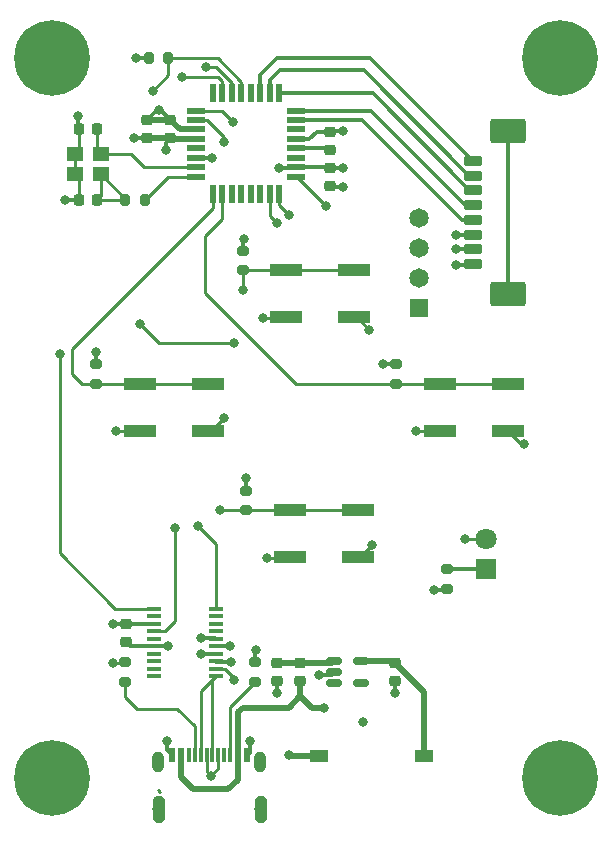
<source format=gbr>
%TF.GenerationSoftware,KiCad,Pcbnew,7.0.1*%
%TF.CreationDate,2023-06-17T09:34:48+02:00*%
%TF.ProjectId,Had_Konzole,4861645f-4b6f-46e7-9a6f-6c652e6b6963,rev?*%
%TF.SameCoordinates,Original*%
%TF.FileFunction,Copper,L1,Top*%
%TF.FilePolarity,Positive*%
%FSLAX46Y46*%
G04 Gerber Fmt 4.6, Leading zero omitted, Abs format (unit mm)*
G04 Created by KiCad (PCBNEW 7.0.1) date 2023-06-17 09:34:48*
%MOMM*%
%LPD*%
G01*
G04 APERTURE LIST*
G04 Aperture macros list*
%AMRoundRect*
0 Rectangle with rounded corners*
0 $1 Rounding radius*
0 $2 $3 $4 $5 $6 $7 $8 $9 X,Y pos of 4 corners*
0 Add a 4 corners polygon primitive as box body*
4,1,4,$2,$3,$4,$5,$6,$7,$8,$9,$2,$3,0*
0 Add four circle primitives for the rounded corners*
1,1,$1+$1,$2,$3*
1,1,$1+$1,$4,$5*
1,1,$1+$1,$6,$7*
1,1,$1+$1,$8,$9*
0 Add four rect primitives between the rounded corners*
20,1,$1+$1,$2,$3,$4,$5,0*
20,1,$1+$1,$4,$5,$6,$7,0*
20,1,$1+$1,$6,$7,$8,$9,0*
20,1,$1+$1,$8,$9,$2,$3,0*%
G04 Aperture macros list end*
%TA.AperFunction,EtchedComponent*%
%ADD10C,0.010000*%
%TD*%
%TA.AperFunction,SMDPad,CuDef*%
%ADD11RoundRect,0.225000X-0.250000X0.225000X-0.250000X-0.225000X0.250000X-0.225000X0.250000X0.225000X0*%
%TD*%
%TA.AperFunction,ComponentPad*%
%ADD12C,6.400000*%
%TD*%
%TA.AperFunction,SMDPad,CuDef*%
%ADD13RoundRect,0.200000X-0.275000X0.200000X-0.275000X-0.200000X0.275000X-0.200000X0.275000X0.200000X0*%
%TD*%
%TA.AperFunction,SMDPad,CuDef*%
%ADD14RoundRect,0.225000X0.250000X-0.225000X0.250000X0.225000X-0.250000X0.225000X-0.250000X-0.225000X0*%
%TD*%
%TA.AperFunction,ComponentPad*%
%ADD15R,1.800000X1.800000*%
%TD*%
%TA.AperFunction,ComponentPad*%
%ADD16C,1.800000*%
%TD*%
%TA.AperFunction,SMDPad,CuDef*%
%ADD17RoundRect,0.200000X0.275000X-0.200000X0.275000X0.200000X-0.275000X0.200000X-0.275000X-0.200000X0*%
%TD*%
%TA.AperFunction,SMDPad,CuDef*%
%ADD18R,1.600000X0.550000*%
%TD*%
%TA.AperFunction,SMDPad,CuDef*%
%ADD19R,0.550000X1.600000*%
%TD*%
%TA.AperFunction,SMDPad,CuDef*%
%ADD20RoundRect,0.200000X0.600000X-0.200000X0.600000X0.200000X-0.600000X0.200000X-0.600000X-0.200000X0*%
%TD*%
%TA.AperFunction,SMDPad,CuDef*%
%ADD21RoundRect,0.250001X1.249999X-0.799999X1.249999X0.799999X-1.249999X0.799999X-1.249999X-0.799999X0*%
%TD*%
%TA.AperFunction,SMDPad,CuDef*%
%ADD22RoundRect,0.225000X0.225000X0.250000X-0.225000X0.250000X-0.225000X-0.250000X0.225000X-0.250000X0*%
%TD*%
%TA.AperFunction,SMDPad,CuDef*%
%ADD23R,2.750000X1.000000*%
%TD*%
%TA.AperFunction,SMDPad,CuDef*%
%ADD24RoundRect,0.200000X-0.200000X-0.275000X0.200000X-0.275000X0.200000X0.275000X-0.200000X0.275000X0*%
%TD*%
%TA.AperFunction,SMDPad,CuDef*%
%ADD25R,1.400000X1.200000*%
%TD*%
%TA.AperFunction,SMDPad,CuDef*%
%ADD26R,1.200000X0.400000*%
%TD*%
%TA.AperFunction,SMDPad,CuDef*%
%ADD27RoundRect,0.200000X0.200000X0.275000X-0.200000X0.275000X-0.200000X-0.275000X0.200000X-0.275000X0*%
%TD*%
%TA.AperFunction,SMDPad,CuDef*%
%ADD28RoundRect,0.218750X0.256250X-0.218750X0.256250X0.218750X-0.256250X0.218750X-0.256250X-0.218750X0*%
%TD*%
%TA.AperFunction,SMDPad,CuDef*%
%ADD29R,1.500000X1.100000*%
%TD*%
%TA.AperFunction,SMDPad,CuDef*%
%ADD30RoundRect,0.150000X-0.512500X-0.150000X0.512500X-0.150000X0.512500X0.150000X-0.512500X0.150000X0*%
%TD*%
%TA.AperFunction,SMDPad,CuDef*%
%ADD31R,0.600000X1.150000*%
%TD*%
%TA.AperFunction,SMDPad,CuDef*%
%ADD32R,0.300000X1.150000*%
%TD*%
%TA.AperFunction,ComponentPad*%
%ADD33C,1.000000*%
%TD*%
%TA.AperFunction,ComponentPad*%
%ADD34O,1.000000X1.800000*%
%TD*%
%TA.AperFunction,ComponentPad*%
%ADD35R,1.650000X1.650000*%
%TD*%
%TA.AperFunction,ComponentPad*%
%ADD36C,1.650000*%
%TD*%
%TA.AperFunction,ViaPad*%
%ADD37C,0.800000*%
%TD*%
%TA.AperFunction,Conductor*%
%ADD38C,0.300000*%
%TD*%
%TA.AperFunction,Conductor*%
%ADD39C,0.250000*%
%TD*%
%TA.AperFunction,Conductor*%
%ADD40C,0.500000*%
%TD*%
G04 APERTURE END LIST*
%TO.C,J4*%
D10*
X154006000Y-103476000D02*
X154032000Y-103478000D01*
X154058000Y-103481000D01*
X154084000Y-103486000D01*
X154109000Y-103492000D01*
X154135000Y-103499000D01*
X154159000Y-103508000D01*
X154183000Y-103518000D01*
X154207000Y-103529000D01*
X154230000Y-103542000D01*
X154252000Y-103556000D01*
X154274000Y-103570000D01*
X154295000Y-103586000D01*
X154315000Y-103603000D01*
X154334000Y-103621000D01*
X154352000Y-103640000D01*
X154369000Y-103660000D01*
X154385000Y-103681000D01*
X154399000Y-103703000D01*
X154413000Y-103725000D01*
X154426000Y-103748000D01*
X154437000Y-103772000D01*
X154447000Y-103796000D01*
X154456000Y-103820000D01*
X154463000Y-103846000D01*
X154469000Y-103871000D01*
X154474000Y-103897000D01*
X154477000Y-103923000D01*
X154479000Y-103949000D01*
X154480000Y-103975000D01*
X154480000Y-105175000D01*
X154479000Y-105201000D01*
X154477000Y-105227000D01*
X154474000Y-105253000D01*
X154469000Y-105279000D01*
X154463000Y-105304000D01*
X154456000Y-105330000D01*
X154447000Y-105354000D01*
X154437000Y-105378000D01*
X154426000Y-105402000D01*
X154413000Y-105425000D01*
X154399000Y-105447000D01*
X154385000Y-105469000D01*
X154369000Y-105490000D01*
X154352000Y-105510000D01*
X154334000Y-105529000D01*
X154315000Y-105547000D01*
X154295000Y-105564000D01*
X154274000Y-105580000D01*
X154252000Y-105594000D01*
X154230000Y-105608000D01*
X154207000Y-105621000D01*
X154183000Y-105632000D01*
X154159000Y-105642000D01*
X154135000Y-105651000D01*
X154109000Y-105658000D01*
X154084000Y-105664000D01*
X154058000Y-105669000D01*
X154032000Y-105672000D01*
X154006000Y-105674000D01*
X153980000Y-105675000D01*
X153954000Y-105674000D01*
X153928000Y-105672000D01*
X153902000Y-105669000D01*
X153876000Y-105664000D01*
X153851000Y-105658000D01*
X153825000Y-105651000D01*
X153801000Y-105642000D01*
X153777000Y-105632000D01*
X153753000Y-105621000D01*
X153730000Y-105608000D01*
X153708000Y-105594000D01*
X153686000Y-105580000D01*
X153665000Y-105564000D01*
X153645000Y-105547000D01*
X153626000Y-105529000D01*
X153608000Y-105510000D01*
X153591000Y-105490000D01*
X153575000Y-105469000D01*
X153561000Y-105447000D01*
X153547000Y-105425000D01*
X153534000Y-105402000D01*
X153523000Y-105378000D01*
X153513000Y-105354000D01*
X153504000Y-105330000D01*
X153497000Y-105304000D01*
X153491000Y-105279000D01*
X153486000Y-105253000D01*
X153483000Y-105227000D01*
X153481000Y-105201000D01*
X153480000Y-105175000D01*
X153480000Y-103975000D01*
X153481000Y-103949000D01*
X153483000Y-103923000D01*
X153486000Y-103897000D01*
X153491000Y-103871000D01*
X153497000Y-103846000D01*
X153504000Y-103820000D01*
X153513000Y-103796000D01*
X153523000Y-103772000D01*
X153534000Y-103748000D01*
X153547000Y-103725000D01*
X153561000Y-103703000D01*
X153575000Y-103681000D01*
X153591000Y-103660000D01*
X153608000Y-103640000D01*
X153626000Y-103621000D01*
X153645000Y-103603000D01*
X153665000Y-103586000D01*
X153686000Y-103570000D01*
X153708000Y-103556000D01*
X153730000Y-103542000D01*
X153753000Y-103529000D01*
X153777000Y-103518000D01*
X153801000Y-103508000D01*
X153825000Y-103499000D01*
X153851000Y-103492000D01*
X153876000Y-103486000D01*
X153902000Y-103481000D01*
X153928000Y-103478000D01*
X153954000Y-103476000D01*
X153980000Y-103475000D01*
X154006000Y-103476000D01*
%TA.AperFunction,EtchedComponent*%
G36*
X154006000Y-103476000D02*
G01*
X154032000Y-103478000D01*
X154058000Y-103481000D01*
X154084000Y-103486000D01*
X154109000Y-103492000D01*
X154135000Y-103499000D01*
X154159000Y-103508000D01*
X154183000Y-103518000D01*
X154207000Y-103529000D01*
X154230000Y-103542000D01*
X154252000Y-103556000D01*
X154274000Y-103570000D01*
X154295000Y-103586000D01*
X154315000Y-103603000D01*
X154334000Y-103621000D01*
X154352000Y-103640000D01*
X154369000Y-103660000D01*
X154385000Y-103681000D01*
X154399000Y-103703000D01*
X154413000Y-103725000D01*
X154426000Y-103748000D01*
X154437000Y-103772000D01*
X154447000Y-103796000D01*
X154456000Y-103820000D01*
X154463000Y-103846000D01*
X154469000Y-103871000D01*
X154474000Y-103897000D01*
X154477000Y-103923000D01*
X154479000Y-103949000D01*
X154480000Y-103975000D01*
X154480000Y-105175000D01*
X154479000Y-105201000D01*
X154477000Y-105227000D01*
X154474000Y-105253000D01*
X154469000Y-105279000D01*
X154463000Y-105304000D01*
X154456000Y-105330000D01*
X154447000Y-105354000D01*
X154437000Y-105378000D01*
X154426000Y-105402000D01*
X154413000Y-105425000D01*
X154399000Y-105447000D01*
X154385000Y-105469000D01*
X154369000Y-105490000D01*
X154352000Y-105510000D01*
X154334000Y-105529000D01*
X154315000Y-105547000D01*
X154295000Y-105564000D01*
X154274000Y-105580000D01*
X154252000Y-105594000D01*
X154230000Y-105608000D01*
X154207000Y-105621000D01*
X154183000Y-105632000D01*
X154159000Y-105642000D01*
X154135000Y-105651000D01*
X154109000Y-105658000D01*
X154084000Y-105664000D01*
X154058000Y-105669000D01*
X154032000Y-105672000D01*
X154006000Y-105674000D01*
X153980000Y-105675000D01*
X153954000Y-105674000D01*
X153928000Y-105672000D01*
X153902000Y-105669000D01*
X153876000Y-105664000D01*
X153851000Y-105658000D01*
X153825000Y-105651000D01*
X153801000Y-105642000D01*
X153777000Y-105632000D01*
X153753000Y-105621000D01*
X153730000Y-105608000D01*
X153708000Y-105594000D01*
X153686000Y-105580000D01*
X153665000Y-105564000D01*
X153645000Y-105547000D01*
X153626000Y-105529000D01*
X153608000Y-105510000D01*
X153591000Y-105490000D01*
X153575000Y-105469000D01*
X153561000Y-105447000D01*
X153547000Y-105425000D01*
X153534000Y-105402000D01*
X153523000Y-105378000D01*
X153513000Y-105354000D01*
X153504000Y-105330000D01*
X153497000Y-105304000D01*
X153491000Y-105279000D01*
X153486000Y-105253000D01*
X153483000Y-105227000D01*
X153481000Y-105201000D01*
X153480000Y-105175000D01*
X153480000Y-103975000D01*
X153481000Y-103949000D01*
X153483000Y-103923000D01*
X153486000Y-103897000D01*
X153491000Y-103871000D01*
X153497000Y-103846000D01*
X153504000Y-103820000D01*
X153513000Y-103796000D01*
X153523000Y-103772000D01*
X153534000Y-103748000D01*
X153547000Y-103725000D01*
X153561000Y-103703000D01*
X153575000Y-103681000D01*
X153591000Y-103660000D01*
X153608000Y-103640000D01*
X153626000Y-103621000D01*
X153645000Y-103603000D01*
X153665000Y-103586000D01*
X153686000Y-103570000D01*
X153708000Y-103556000D01*
X153730000Y-103542000D01*
X153753000Y-103529000D01*
X153777000Y-103518000D01*
X153801000Y-103508000D01*
X153825000Y-103499000D01*
X153851000Y-103492000D01*
X153876000Y-103486000D01*
X153902000Y-103481000D01*
X153928000Y-103478000D01*
X153954000Y-103476000D01*
X153980000Y-103475000D01*
X154006000Y-103476000D01*
G37*
%TD.AperFunction*%
X162646000Y-103476000D02*
X162672000Y-103478000D01*
X162698000Y-103481000D01*
X162724000Y-103486000D01*
X162749000Y-103492000D01*
X162775000Y-103499000D01*
X162799000Y-103508000D01*
X162823000Y-103518000D01*
X162847000Y-103529000D01*
X162870000Y-103542000D01*
X162892000Y-103556000D01*
X162914000Y-103570000D01*
X162935000Y-103586000D01*
X162955000Y-103603000D01*
X162974000Y-103621000D01*
X162992000Y-103640000D01*
X163009000Y-103660000D01*
X163025000Y-103681000D01*
X163039000Y-103703000D01*
X163053000Y-103725000D01*
X163066000Y-103748000D01*
X163077000Y-103772000D01*
X163087000Y-103796000D01*
X163096000Y-103820000D01*
X163103000Y-103846000D01*
X163109000Y-103871000D01*
X163114000Y-103897000D01*
X163117000Y-103923000D01*
X163119000Y-103949000D01*
X163120000Y-103975000D01*
X163120000Y-105175000D01*
X163119000Y-105201000D01*
X163117000Y-105227000D01*
X163114000Y-105253000D01*
X163109000Y-105279000D01*
X163103000Y-105304000D01*
X163096000Y-105330000D01*
X163087000Y-105354000D01*
X163077000Y-105378000D01*
X163066000Y-105402000D01*
X163053000Y-105425000D01*
X163039000Y-105447000D01*
X163025000Y-105469000D01*
X163009000Y-105490000D01*
X162992000Y-105510000D01*
X162974000Y-105529000D01*
X162955000Y-105547000D01*
X162935000Y-105564000D01*
X162914000Y-105580000D01*
X162892000Y-105594000D01*
X162870000Y-105608000D01*
X162847000Y-105621000D01*
X162823000Y-105632000D01*
X162799000Y-105642000D01*
X162775000Y-105651000D01*
X162749000Y-105658000D01*
X162724000Y-105664000D01*
X162698000Y-105669000D01*
X162672000Y-105672000D01*
X162646000Y-105674000D01*
X162620000Y-105675000D01*
X162594000Y-105674000D01*
X162568000Y-105672000D01*
X162542000Y-105669000D01*
X162516000Y-105664000D01*
X162491000Y-105658000D01*
X162465000Y-105651000D01*
X162441000Y-105642000D01*
X162417000Y-105632000D01*
X162393000Y-105621000D01*
X162370000Y-105608000D01*
X162348000Y-105594000D01*
X162326000Y-105580000D01*
X162305000Y-105564000D01*
X162285000Y-105547000D01*
X162266000Y-105529000D01*
X162248000Y-105510000D01*
X162231000Y-105490000D01*
X162215000Y-105469000D01*
X162201000Y-105447000D01*
X162187000Y-105425000D01*
X162174000Y-105402000D01*
X162163000Y-105378000D01*
X162153000Y-105354000D01*
X162144000Y-105330000D01*
X162137000Y-105304000D01*
X162131000Y-105279000D01*
X162126000Y-105253000D01*
X162123000Y-105227000D01*
X162121000Y-105201000D01*
X162120000Y-105175000D01*
X162120000Y-103975000D01*
X162121000Y-103949000D01*
X162123000Y-103923000D01*
X162126000Y-103897000D01*
X162131000Y-103871000D01*
X162137000Y-103846000D01*
X162144000Y-103820000D01*
X162153000Y-103796000D01*
X162163000Y-103772000D01*
X162174000Y-103748000D01*
X162187000Y-103725000D01*
X162201000Y-103703000D01*
X162215000Y-103681000D01*
X162231000Y-103660000D01*
X162248000Y-103640000D01*
X162266000Y-103621000D01*
X162285000Y-103603000D01*
X162305000Y-103586000D01*
X162326000Y-103570000D01*
X162348000Y-103556000D01*
X162370000Y-103542000D01*
X162393000Y-103529000D01*
X162417000Y-103518000D01*
X162441000Y-103508000D01*
X162465000Y-103499000D01*
X162491000Y-103492000D01*
X162516000Y-103486000D01*
X162542000Y-103481000D01*
X162568000Y-103478000D01*
X162594000Y-103476000D01*
X162620000Y-103475000D01*
X162646000Y-103476000D01*
%TA.AperFunction,EtchedComponent*%
G36*
X162646000Y-103476000D02*
G01*
X162672000Y-103478000D01*
X162698000Y-103481000D01*
X162724000Y-103486000D01*
X162749000Y-103492000D01*
X162775000Y-103499000D01*
X162799000Y-103508000D01*
X162823000Y-103518000D01*
X162847000Y-103529000D01*
X162870000Y-103542000D01*
X162892000Y-103556000D01*
X162914000Y-103570000D01*
X162935000Y-103586000D01*
X162955000Y-103603000D01*
X162974000Y-103621000D01*
X162992000Y-103640000D01*
X163009000Y-103660000D01*
X163025000Y-103681000D01*
X163039000Y-103703000D01*
X163053000Y-103725000D01*
X163066000Y-103748000D01*
X163077000Y-103772000D01*
X163087000Y-103796000D01*
X163096000Y-103820000D01*
X163103000Y-103846000D01*
X163109000Y-103871000D01*
X163114000Y-103897000D01*
X163117000Y-103923000D01*
X163119000Y-103949000D01*
X163120000Y-103975000D01*
X163120000Y-105175000D01*
X163119000Y-105201000D01*
X163117000Y-105227000D01*
X163114000Y-105253000D01*
X163109000Y-105279000D01*
X163103000Y-105304000D01*
X163096000Y-105330000D01*
X163087000Y-105354000D01*
X163077000Y-105378000D01*
X163066000Y-105402000D01*
X163053000Y-105425000D01*
X163039000Y-105447000D01*
X163025000Y-105469000D01*
X163009000Y-105490000D01*
X162992000Y-105510000D01*
X162974000Y-105529000D01*
X162955000Y-105547000D01*
X162935000Y-105564000D01*
X162914000Y-105580000D01*
X162892000Y-105594000D01*
X162870000Y-105608000D01*
X162847000Y-105621000D01*
X162823000Y-105632000D01*
X162799000Y-105642000D01*
X162775000Y-105651000D01*
X162749000Y-105658000D01*
X162724000Y-105664000D01*
X162698000Y-105669000D01*
X162672000Y-105672000D01*
X162646000Y-105674000D01*
X162620000Y-105675000D01*
X162594000Y-105674000D01*
X162568000Y-105672000D01*
X162542000Y-105669000D01*
X162516000Y-105664000D01*
X162491000Y-105658000D01*
X162465000Y-105651000D01*
X162441000Y-105642000D01*
X162417000Y-105632000D01*
X162393000Y-105621000D01*
X162370000Y-105608000D01*
X162348000Y-105594000D01*
X162326000Y-105580000D01*
X162305000Y-105564000D01*
X162285000Y-105547000D01*
X162266000Y-105529000D01*
X162248000Y-105510000D01*
X162231000Y-105490000D01*
X162215000Y-105469000D01*
X162201000Y-105447000D01*
X162187000Y-105425000D01*
X162174000Y-105402000D01*
X162163000Y-105378000D01*
X162153000Y-105354000D01*
X162144000Y-105330000D01*
X162137000Y-105304000D01*
X162131000Y-105279000D01*
X162126000Y-105253000D01*
X162123000Y-105227000D01*
X162121000Y-105201000D01*
X162120000Y-105175000D01*
X162120000Y-103975000D01*
X162121000Y-103949000D01*
X162123000Y-103923000D01*
X162126000Y-103897000D01*
X162131000Y-103871000D01*
X162137000Y-103846000D01*
X162144000Y-103820000D01*
X162153000Y-103796000D01*
X162163000Y-103772000D01*
X162174000Y-103748000D01*
X162187000Y-103725000D01*
X162201000Y-103703000D01*
X162215000Y-103681000D01*
X162231000Y-103660000D01*
X162248000Y-103640000D01*
X162266000Y-103621000D01*
X162285000Y-103603000D01*
X162305000Y-103586000D01*
X162326000Y-103570000D01*
X162348000Y-103556000D01*
X162370000Y-103542000D01*
X162393000Y-103529000D01*
X162417000Y-103518000D01*
X162441000Y-103508000D01*
X162465000Y-103499000D01*
X162491000Y-103492000D01*
X162516000Y-103486000D01*
X162542000Y-103481000D01*
X162568000Y-103478000D01*
X162594000Y-103476000D01*
X162620000Y-103475000D01*
X162646000Y-103476000D01*
G37*
%TD.AperFunction*%
%TD*%
D11*
%TO.P,C1,1*%
%TO.N,Net-(U4-VIN)*%
X164000000Y-92225000D03*
%TO.P,C1,2*%
%TO.N,GND*%
X164000000Y-93775000D03*
%TD*%
%TO.P,C5,1*%
%TO.N,+3V3*%
X168500000Y-50325000D03*
%TO.P,C5,2*%
%TO.N,GND*%
X168500000Y-51875000D03*
%TD*%
D12*
%TO.P,H1,1,1*%
%TO.N,GND*%
X145000000Y-41000000D03*
%TD*%
D13*
%TO.P,R1,1*%
%TO.N,Net-(D1-K)*%
X178440000Y-84285000D03*
%TO.P,R1,2*%
%TO.N,GND*%
X178440000Y-85935000D03*
%TD*%
D12*
%TO.P,H3,1,1*%
%TO.N,GND*%
X145000000Y-102000000D03*
%TD*%
D14*
%TO.P,C4,1*%
%TO.N,+3V3*%
X155000000Y-47775000D03*
%TO.P,C4,2*%
%TO.N,GND*%
X155000000Y-46225000D03*
%TD*%
D11*
%TO.P,C2,1*%
%TO.N,3.3 Out*%
X174000000Y-92225000D03*
%TO.P,C2,2*%
%TO.N,GND*%
X174000000Y-93775000D03*
%TD*%
D15*
%TO.P,D1,1,K*%
%TO.N,Net-(D1-K)*%
X181725000Y-84275000D03*
D16*
%TO.P,D1,2,A*%
%TO.N,+3V3*%
X181725000Y-81735000D03*
%TD*%
D17*
%TO.P,R4,1*%
%TO.N,Button_Up*%
X161120000Y-58965000D03*
%TO.P,R4,2*%
%TO.N,GND*%
X161120000Y-57315000D03*
%TD*%
%TO.P,R7,1*%
%TO.N,Button_Down*%
X161390000Y-79285000D03*
%TO.P,R7,2*%
%TO.N,GND*%
X161390000Y-77635000D03*
%TD*%
D18*
%TO.P,U1,1,PD3*%
%TO.N,Button_Up*%
X157150000Y-45450000D03*
%TO.P,U1,2,PD4*%
%TO.N,Button_Down*%
X157150000Y-46250000D03*
%TO.P,U1,3,GND*%
%TO.N,GND*%
X157150000Y-47050000D03*
%TO.P,U1,4,VCC*%
%TO.N,+3V3*%
X157150000Y-47850000D03*
%TO.P,U1,5,GND*%
%TO.N,GND*%
X157150000Y-48650000D03*
%TO.P,U1,6,VCC*%
%TO.N,+3V3*%
X157150000Y-49450000D03*
%TO.P,U1,7,XTAL1/PB6*%
%TO.N,HSE_IN*%
X157150000Y-50250000D03*
%TO.P,U1,8,XTAL2/PB7*%
%TO.N,HSE_OUT*%
X157150000Y-51050000D03*
D19*
%TO.P,U1,9,PD5*%
%TO.N,Button_Left*%
X158600000Y-52500000D03*
%TO.P,U1,10,PD6*%
%TO.N,Button_Right*%
X159400000Y-52500000D03*
%TO.P,U1,11,PD7*%
%TO.N,unconnected-(U1-PD7-Pad11)*%
X160200000Y-52500000D03*
%TO.P,U1,12,PB0*%
%TO.N,unconnected-(U1-PB0-Pad12)*%
X161000000Y-52500000D03*
%TO.P,U1,13,PB1*%
%TO.N,unconnected-(U1-PB1-Pad13)*%
X161800000Y-52500000D03*
%TO.P,U1,14,PB2*%
%TO.N,unconnected-(U1-PB2-Pad14)*%
X162600000Y-52500000D03*
%TO.P,U1,15,PB3*%
%TO.N,MOSI*%
X163400000Y-52500000D03*
%TO.P,U1,16,PB4*%
%TO.N,MISO*%
X164200000Y-52500000D03*
D18*
%TO.P,U1,17,PB5*%
%TO.N,SCK*%
X165650000Y-51050000D03*
%TO.P,U1,18,AVCC*%
%TO.N,+3V3*%
X165650000Y-50250000D03*
%TO.P,U1,19,ADC6*%
%TO.N,unconnected-(U1-ADC6-Pad19)*%
X165650000Y-49450000D03*
%TO.P,U1,20,AREF*%
%TO.N,Net-(U1-AREF)*%
X165650000Y-48650000D03*
%TO.P,U1,21,GND*%
%TO.N,GND*%
X165650000Y-47850000D03*
%TO.P,U1,22,ADC7*%
%TO.N,unconnected-(U1-ADC7-Pad22)*%
X165650000Y-47050000D03*
%TO.P,U1,23,PC0*%
%TO.N,CLK*%
X165650000Y-46250000D03*
%TO.P,U1,24,PC1*%
%TO.N,DIN*%
X165650000Y-45450000D03*
D19*
%TO.P,U1,25,PC2*%
%TO.N,DC*%
X164200000Y-44000000D03*
%TO.P,U1,26,PC3*%
%TO.N,CE*%
X163400000Y-44000000D03*
%TO.P,U1,27,PC4*%
%TO.N,RST*%
X162600000Y-44000000D03*
%TO.P,U1,28,PC5*%
%TO.N,unconnected-(U1-PC5-Pad28)*%
X161800000Y-44000000D03*
%TO.P,U1,29,~{RESET}/PC6*%
%TO.N,RST_PROG*%
X161000000Y-44000000D03*
%TO.P,U1,30,PD0*%
%TO.N,TX*%
X160200000Y-44000000D03*
%TO.P,U1,31,PD1*%
%TO.N,RX*%
X159400000Y-44000000D03*
%TO.P,U1,32,PD2*%
%TO.N,unconnected-(U1-PD2-Pad32)*%
X158600000Y-44000000D03*
%TD*%
D17*
%TO.P,R9,1*%
%TO.N,Net-(J4-CC2)*%
X162170000Y-93795000D03*
%TO.P,R9,2*%
%TO.N,GND*%
X162170000Y-92145000D03*
%TD*%
%TO.P,R8,1*%
%TO.N,Net-(J4-CC1)*%
X151190000Y-93815000D03*
%TO.P,R8,2*%
%TO.N,GND*%
X151190000Y-92165000D03*
%TD*%
D20*
%TO.P,J3,1,1*%
%TO.N,GND*%
X180640000Y-58450000D03*
%TO.P,J3,2,2*%
X180640000Y-57200000D03*
%TO.P,J3,3,3*%
%TO.N,+3V3*%
X180640000Y-55950000D03*
%TO.P,J3,4,4*%
%TO.N,CLK*%
X180640000Y-54700000D03*
%TO.P,J3,5,5*%
%TO.N,DIN*%
X180640000Y-53450000D03*
%TO.P,J3,6,6*%
%TO.N,DC*%
X180640000Y-52200000D03*
%TO.P,J3,7,7*%
%TO.N,CE*%
X180640000Y-50950000D03*
%TO.P,J3,8,8*%
%TO.N,RST*%
X180640000Y-49700000D03*
D21*
%TO.P,J3,MP,MP1*%
%TO.N,unconnected-(J3-MP1-PadMP)*%
X183540000Y-61000000D03*
X183540000Y-47150000D03*
%TD*%
D22*
%TO.P,C7,1*%
%TO.N,Net-(C7-Pad1)*%
X148775000Y-53000000D03*
%TO.P,C7,2*%
%TO.N,GND*%
X147225000Y-53000000D03*
%TD*%
D23*
%TO.P,SW3,1,1*%
%TO.N,+3V3*%
X152400000Y-72580000D03*
X158150000Y-72580000D03*
%TO.P,SW3,2,2*%
%TO.N,Button_Left*%
X152400000Y-68580000D03*
X158150000Y-68580000D03*
%TD*%
D11*
%TO.P,C8,1*%
%TO.N,+3V3*%
X151210000Y-88905000D03*
%TO.P,C8,2*%
%TO.N,GND*%
X151210000Y-90455000D03*
%TD*%
D17*
%TO.P,R5,1*%
%TO.N,Button_Left*%
X148710000Y-68595000D03*
%TO.P,R5,2*%
%TO.N,GND*%
X148710000Y-66945000D03*
%TD*%
D24*
%TO.P,R2,1*%
%TO.N,+3V3*%
X153175000Y-41000000D03*
%TO.P,R2,2*%
%TO.N,RST_PROG*%
X154825000Y-41000000D03*
%TD*%
D23*
%TO.P,SW2,1,1*%
%TO.N,+3V3*%
X165100000Y-83280000D03*
X170850000Y-83280000D03*
%TO.P,SW2,2,2*%
%TO.N,Button_Down*%
X165100000Y-79280000D03*
X170850000Y-79280000D03*
%TD*%
D25*
%TO.P,Y1,1,1*%
%TO.N,HSE_IN*%
X149100000Y-49150000D03*
%TO.P,Y1,2,2*%
%TO.N,GND*%
X146900000Y-49150000D03*
%TO.P,Y1,3,3*%
X146900000Y-50850000D03*
%TO.P,Y1,4,4*%
%TO.N,Net-(C7-Pad1)*%
X149100000Y-50850000D03*
%TD*%
D23*
%TO.P,SW4,1,1*%
%TO.N,+3V3*%
X177800000Y-72580000D03*
X183550000Y-72580000D03*
%TO.P,SW4,2,2*%
%TO.N,Button_Right*%
X177800000Y-68580000D03*
X183550000Y-68580000D03*
%TD*%
D12*
%TO.P,H2,1,1*%
%TO.N,GND*%
X188000000Y-41000000D03*
%TD*%
D14*
%TO.P,C10,1*%
%TO.N,Net-(U1-AREF)*%
X168500000Y-48775000D03*
%TO.P,C10,2*%
%TO.N,GND*%
X168500000Y-47225000D03*
%TD*%
D26*
%TO.P,U2,1,~{DTR}*%
%TO.N,DTR*%
X153620000Y-87632500D03*
%TO.P,U2,2,~{RTS}*%
%TO.N,unconnected-(U2-~{RTS}-Pad2)*%
X153620000Y-88267500D03*
%TO.P,U2,3,VCCIO*%
%TO.N,+3V3*%
X153620000Y-88902500D03*
%TO.P,U2,4,RXD*%
%TO.N,RX*%
X153620000Y-89537500D03*
%TO.P,U2,5,~{RI}*%
%TO.N,unconnected-(U2-~{RI}-Pad5)*%
X153620000Y-90172500D03*
%TO.P,U2,6,GND*%
%TO.N,GND*%
X153620000Y-90807500D03*
%TO.P,U2,7,~{DSR}*%
%TO.N,unconnected-(U2-~{DSR}-Pad7)*%
X153620000Y-91442500D03*
%TO.P,U2,8,~{DCD}*%
%TO.N,unconnected-(U2-~{DCD}-Pad8)*%
X153620000Y-92077500D03*
%TO.P,U2,9,~{CTS}*%
%TO.N,unconnected-(U2-~{CTS}-Pad9)*%
X153620000Y-92712500D03*
%TO.P,U2,10,CBUS2*%
%TO.N,unconnected-(U2-CBUS2-Pad10)*%
X153620000Y-93347500D03*
%TO.P,U2,11,USBDP*%
%TO.N,USB_Conn_D+*%
X158820000Y-93347500D03*
%TO.P,U2,12,USBDM*%
%TO.N,USB_Conn_D-*%
X158820000Y-92712500D03*
%TO.P,U2,13,3V3OUT*%
%TO.N,+3V3*%
X158820000Y-92077500D03*
%TO.P,U2,14,~{RESET}*%
X158820000Y-91442500D03*
%TO.P,U2,15,VCC*%
X158820000Y-90807500D03*
%TO.P,U2,16,GND*%
%TO.N,GND*%
X158820000Y-90172500D03*
%TO.P,U2,17,CBUS1*%
%TO.N,unconnected-(U2-CBUS1-Pad17)*%
X158820000Y-89537500D03*
%TO.P,U2,18,CBUS0*%
%TO.N,unconnected-(U2-CBUS0-Pad18)*%
X158820000Y-88902500D03*
%TO.P,U2,19,CBUS3*%
%TO.N,unconnected-(U2-CBUS3-Pad19)*%
X158820000Y-88267500D03*
%TO.P,U2,20,TXD*%
%TO.N,TX*%
X158820000Y-87632500D03*
%TD*%
D14*
%TO.P,C3,1*%
%TO.N,+3V3*%
X153000000Y-47775000D03*
%TO.P,C3,2*%
%TO.N,GND*%
X153000000Y-46225000D03*
%TD*%
D23*
%TO.P,SW1,1,1*%
%TO.N,+3V3*%
X164765000Y-62960000D03*
X170515000Y-62960000D03*
%TO.P,SW1,2,2*%
%TO.N,Button_Up*%
X164765000Y-58960000D03*
X170515000Y-58960000D03*
%TD*%
D27*
%TO.P,R3,1*%
%TO.N,HSE_OUT*%
X152825000Y-53000000D03*
%TO.P,R3,2*%
%TO.N,Net-(C7-Pad1)*%
X151175000Y-53000000D03*
%TD*%
D17*
%TO.P,R6,1*%
%TO.N,Button_Right*%
X174080000Y-68575000D03*
%TO.P,R6,2*%
%TO.N,GND*%
X174080000Y-66925000D03*
%TD*%
D28*
%TO.P,F1,1*%
%TO.N,+5V*%
X166000000Y-93787500D03*
%TO.P,F1,2*%
%TO.N,Net-(U4-VIN)*%
X166000000Y-92212500D03*
%TD*%
D29*
%TO.P,SW5,1*%
%TO.N,3.3 Out*%
X176461529Y-100074147D03*
%TO.P,SW5,2*%
%TO.N,+3V3*%
X167561529Y-100074147D03*
%TD*%
D30*
%TO.P,U4,1,VIN*%
%TO.N,Net-(U4-VIN)*%
X168862500Y-92050000D03*
%TO.P,U4,2,GND*%
%TO.N,GND*%
X168862500Y-93000000D03*
%TO.P,U4,3,EN*%
%TO.N,unconnected-(U4-EN-Pad3)*%
X168862500Y-93950000D03*
%TO.P,U4,4,NC*%
%TO.N,unconnected-(U4-NC-Pad4)*%
X171137500Y-93950000D03*
%TO.P,U4,5,VOUT*%
%TO.N,3.3 Out*%
X171137500Y-92050000D03*
%TD*%
D12*
%TO.P,H4,1,1*%
%TO.N,GND*%
X188000000Y-102000000D03*
%TD*%
D31*
%TO.P,J4,1,VBUS*%
%TO.N,+5V*%
X155900000Y-100000000D03*
X160700000Y-100000000D03*
D32*
%TO.P,J4,2,SBU1*%
%TO.N,unconnected-(J4-SBU1-Pad2)*%
X159550000Y-100000000D03*
%TO.P,J4,3,SBU2*%
%TO.N,unconnected-(J4-SBU2-Pad3)*%
X156550000Y-100000000D03*
%TO.P,J4,4,D+*%
%TO.N,USB_Conn_D-*%
X158050000Y-100000000D03*
%TO.P,J4,5,D+*%
X159050000Y-100000000D03*
%TO.P,J4,6,D-*%
%TO.N,USB_Conn_D+*%
X158550000Y-100000000D03*
%TO.P,J4,7,D-*%
X157550000Y-100000000D03*
%TO.P,J4,8,CC1*%
%TO.N,Net-(J4-CC1)*%
X157050000Y-100000000D03*
%TO.P,J4,9,CC2*%
%TO.N,Net-(J4-CC2)*%
X160050000Y-100000000D03*
D31*
%TO.P,J4,10,GND*%
%TO.N,GND*%
X155100000Y-100000000D03*
X161500000Y-100000000D03*
D33*
%TO.P,J4,S1,SHIELD*%
%TO.N,unconnected-(J4-SHIELD-PadS1)*%
X153980000Y-104575000D03*
%TO.P,J4,S2,SHIELD*%
X162620000Y-104575000D03*
D34*
%TO.P,J4,S3,SHIELD*%
X153980000Y-100575000D03*
%TO.P,J4,S4,SHIELD*%
X162620000Y-100575000D03*
%TD*%
D22*
%TO.P,C6,1*%
%TO.N,HSE_IN*%
X148775000Y-47000000D03*
%TO.P,C6,2*%
%TO.N,GND*%
X147225000Y-47000000D03*
%TD*%
D35*
%TO.P,J2,1,Pin_1*%
%TO.N,Reset*%
X176037500Y-62140000D03*
D36*
%TO.P,J2,2,Pin_2*%
%TO.N,MOSI*%
X176037500Y-59600000D03*
%TO.P,J2,3,Pin_3*%
%TO.N,MISO*%
X176037500Y-57060000D03*
%TO.P,J2,4,Pin_4*%
%TO.N,SCK*%
X176037500Y-54520000D03*
%TD*%
D37*
%TO.N,USB_Conn_D-*%
X160400000Y-93700000D03*
X158400000Y-101800000D03*
%TO.N,GND*%
X146100000Y-53000000D03*
X147200000Y-45900000D03*
X154000000Y-45400000D03*
X161200000Y-56300000D03*
X148700000Y-65900000D03*
X161400000Y-76600000D03*
X173000000Y-66900000D03*
X177300000Y-86000000D03*
X154700000Y-98800000D03*
X161700000Y-98800000D03*
X171300000Y-97200000D03*
X174000000Y-94800000D03*
X167600000Y-93200000D03*
X164000000Y-94800000D03*
X162200000Y-91100000D03*
X157600000Y-90100000D03*
X150100000Y-92200000D03*
X154800000Y-90800000D03*
%TO.N,+3V3*%
X150100000Y-88900000D03*
X164200000Y-50300000D03*
X158500000Y-49500000D03*
X154600000Y-48800000D03*
X151900000Y-47800000D03*
X152100000Y-41000000D03*
%TO.N,RST_PROG*%
X153481207Y-43799521D03*
%TO.N,DTR*%
X145634952Y-66056808D03*
%TO.N,Reset*%
X152400000Y-63500000D03*
X160409444Y-65112559D03*
%TO.N,GND*%
X169600000Y-51900000D03*
X179200000Y-57200000D03*
X169600000Y-47200000D03*
X179200000Y-58500000D03*
%TO.N,+3V3*%
X163200000Y-83300000D03*
X172100000Y-82200000D03*
X171800000Y-64000000D03*
X175800000Y-72600000D03*
X169600000Y-50300000D03*
X179200000Y-56000000D03*
X160000000Y-90800000D03*
X184900000Y-73700000D03*
X179900000Y-81700000D03*
X159494500Y-71500000D03*
X160100000Y-92100000D03*
X150400000Y-72600000D03*
X157600000Y-91500000D03*
X162800000Y-63000000D03*
X165000000Y-100000000D03*
%TO.N,+5V*%
X168000000Y-96000000D03*
%TO.N,SCK*%
X168200000Y-53526000D03*
%TO.N,MISO*%
X165000000Y-54275500D03*
%TO.N,MOSI*%
X164000000Y-55000000D03*
%TO.N,Button_Up*%
X160300000Y-46420000D03*
X161100000Y-60600000D03*
%TO.N,Button_Down*%
X159500000Y-48100000D03*
X159230000Y-79290000D03*
%TO.N,TX*%
X157300000Y-80600000D03*
X158000000Y-41800000D03*
%TO.N,RX*%
X156000000Y-42600000D03*
X155400000Y-80800000D03*
%TD*%
D38*
%TO.N,Net-(D1-K)*%
X178450000Y-84275000D02*
X181725000Y-84275000D01*
X178440000Y-84285000D02*
X178450000Y-84275000D01*
D39*
%TO.N,+3V3*%
X181690000Y-81700000D02*
X181725000Y-81735000D01*
X179900000Y-81700000D02*
X181690000Y-81700000D01*
X179900000Y-81700000D02*
X179935000Y-81735000D01*
D38*
%TO.N,RST*%
X164000000Y-41000000D02*
X162600000Y-42400000D01*
X171900000Y-41000000D02*
X164000000Y-41000000D01*
X180640000Y-49700000D02*
X180600000Y-49700000D01*
X180600000Y-49700000D02*
X171900000Y-41000000D01*
X162600000Y-42400000D02*
X162600000Y-44000000D01*
%TO.N,CE*%
X163400000Y-42900000D02*
X163400000Y-44000000D01*
X171362183Y-42000000D02*
X164300000Y-42000000D01*
X164300000Y-42000000D02*
X163400000Y-42900000D01*
X180640000Y-50950000D02*
X180312183Y-50950000D01*
X180312183Y-50950000D02*
X171362183Y-42000000D01*
%TO.N,DIN*%
X179950000Y-53450000D02*
X171950000Y-45450000D01*
X180640000Y-53450000D02*
X179950000Y-53450000D01*
X171950000Y-45450000D02*
X165650000Y-45450000D01*
%TO.N,DC*%
X172112183Y-44000000D02*
X164200000Y-44000000D01*
X180312183Y-52200000D02*
X172112183Y-44000000D01*
X180640000Y-52200000D02*
X180312183Y-52200000D01*
%TO.N,CLK*%
X179700000Y-54700000D02*
X171250000Y-46250000D01*
X171250000Y-46250000D02*
X165650000Y-46250000D01*
X180640000Y-54700000D02*
X179700000Y-54700000D01*
D39*
%TO.N,DTR*%
X145634952Y-82934952D02*
X145634952Y-66056808D01*
X150332500Y-87632500D02*
X145634952Y-82934952D01*
X153620000Y-87632500D02*
X150332500Y-87632500D01*
%TO.N,Net-(C7-Pad1)*%
X149100000Y-50850000D02*
X151175000Y-52925000D01*
X151175000Y-52925000D02*
X151175000Y-53000000D01*
X149100000Y-52675000D02*
X148775000Y-53000000D01*
X149100000Y-50850000D02*
X149100000Y-52675000D01*
%TO.N,RST_PROG*%
X154825000Y-41000000D02*
X154825000Y-42455728D01*
%TO.N,GND*%
X150100000Y-92200000D02*
X151155000Y-92200000D01*
X151155000Y-92200000D02*
X151190000Y-92165000D01*
%TO.N,USB_Conn_D-*%
X160400000Y-93477500D02*
X159635000Y-92712500D01*
X160400000Y-93700000D02*
X160400000Y-93477500D01*
X159635000Y-92712500D02*
X158820000Y-92712500D01*
%TO.N,unconnected-(J4-SHIELD-PadS1)*%
X153980000Y-102983310D02*
X154116691Y-103120001D01*
%TO.N,USB_Conn_D-*%
X159050000Y-101150000D02*
X158400000Y-101800000D01*
X159050000Y-100000000D02*
X159050000Y-101150000D01*
X158050000Y-101450000D02*
X158400000Y-101800000D01*
X158050000Y-100000000D02*
X158050000Y-101450000D01*
%TO.N,USB_Conn_D+*%
X158820000Y-93347500D02*
X158550000Y-93617500D01*
X158550000Y-93617500D02*
X158550000Y-100000000D01*
X158500000Y-93667500D02*
X158820000Y-93347500D01*
X157550000Y-94617500D02*
X158820000Y-93347500D01*
X157550000Y-100000000D02*
X157550000Y-94617500D01*
D40*
%TO.N,+5V*%
X161100000Y-96000000D02*
X165000000Y-96000000D01*
X165000000Y-96000000D02*
X166000000Y-95000000D01*
X160700000Y-100000000D02*
X160700000Y-96400000D01*
X160700000Y-96400000D02*
X161100000Y-96000000D01*
D39*
%TO.N,Net-(J4-CC2)*%
X160050000Y-95915000D02*
X162170000Y-93795000D01*
X160050000Y-100000000D02*
X160050000Y-95915000D01*
%TO.N,Net-(J4-CC1)*%
X151190000Y-95100000D02*
X151190000Y-93815000D01*
X152180000Y-96090000D02*
X151190000Y-95100000D01*
X157050000Y-97565690D02*
X155574310Y-96090000D01*
X157050000Y-100000000D02*
X157050000Y-97565690D01*
X155574310Y-96090000D02*
X152180000Y-96090000D01*
D40*
%TO.N,+5V*%
X155900000Y-101900000D02*
X155900000Y-100000000D01*
X156900000Y-102900000D02*
X155900000Y-101900000D01*
X159900000Y-102900000D02*
X156900000Y-102900000D01*
X160700000Y-100000000D02*
X160700000Y-102100000D01*
X160700000Y-102100000D02*
X159900000Y-102900000D01*
D38*
%TO.N,GND*%
X161700000Y-99800000D02*
X161500000Y-100000000D01*
X161700000Y-98800000D02*
X161700000Y-99800000D01*
X154700000Y-98800000D02*
X154700000Y-99600000D01*
X154700000Y-99600000D02*
X155100000Y-100000000D01*
X174000000Y-94800000D02*
X174000000Y-93775000D01*
X167600000Y-93200000D02*
X168662500Y-93200000D01*
X168662500Y-93200000D02*
X168862500Y-93000000D01*
X164000000Y-93775000D02*
X164000000Y-94800000D01*
X162170000Y-91130000D02*
X162200000Y-91100000D01*
X162170000Y-92145000D02*
X162170000Y-91130000D01*
X158747500Y-90100000D02*
X158820000Y-90172500D01*
X157600000Y-90100000D02*
X158747500Y-90100000D01*
X153627500Y-90800000D02*
X153620000Y-90807500D01*
X154800000Y-90800000D02*
X153627500Y-90800000D01*
X178375000Y-86000000D02*
X178440000Y-85935000D01*
X177300000Y-86000000D02*
X178375000Y-86000000D01*
X161390000Y-76610000D02*
X161400000Y-76600000D01*
X161390000Y-77635000D02*
X161390000Y-76610000D01*
X174055000Y-66900000D02*
X174080000Y-66925000D01*
X173000000Y-66900000D02*
X174055000Y-66900000D01*
X148710000Y-66945000D02*
X148710000Y-65910000D01*
X148710000Y-65910000D02*
X148700000Y-65900000D01*
X161120000Y-56380000D02*
X161200000Y-56300000D01*
X161120000Y-57315000D02*
X161120000Y-56380000D01*
X167375000Y-47225000D02*
X168500000Y-47225000D01*
X166750000Y-47850000D02*
X167375000Y-47225000D01*
X165650000Y-47850000D02*
X166750000Y-47850000D01*
X154175000Y-45400000D02*
X155000000Y-46225000D01*
X154000000Y-45400000D02*
X154175000Y-45400000D01*
X153825000Y-45400000D02*
X153000000Y-46225000D01*
X154000000Y-45400000D02*
X153825000Y-45400000D01*
X146100000Y-53000000D02*
X147225000Y-53000000D01*
X147200000Y-46975000D02*
X147225000Y-47000000D01*
X147200000Y-45900000D02*
X147200000Y-46975000D01*
%TO.N,+3V3*%
X151205000Y-88900000D02*
X151210000Y-88905000D01*
X150100000Y-88900000D02*
X151205000Y-88900000D01*
X164200000Y-50300000D02*
X165600000Y-50300000D01*
X165600000Y-50300000D02*
X165650000Y-50250000D01*
X169600000Y-50300000D02*
X168525000Y-50300000D01*
X168525000Y-50300000D02*
X168500000Y-50325000D01*
X157200000Y-49500000D02*
X157150000Y-49450000D01*
X158500000Y-49500000D02*
X157200000Y-49500000D01*
D39*
%TO.N,Button_Down*%
X159500000Y-47675000D02*
X158075000Y-46250000D01*
X159500000Y-48100000D02*
X159500000Y-47675000D01*
X158075000Y-46250000D02*
X157150000Y-46250000D01*
%TO.N,Button_Up*%
X161100000Y-58985000D02*
X161120000Y-58965000D01*
X161100000Y-60600000D02*
X161100000Y-58985000D01*
X159330000Y-45450000D02*
X157150000Y-45450000D01*
X160300000Y-46420000D02*
X159330000Y-45450000D01*
D38*
%TO.N,+3V3*%
X154600000Y-48175000D02*
X155000000Y-47775000D01*
X154600000Y-48800000D02*
X154600000Y-48175000D01*
X152975000Y-47800000D02*
X153000000Y-47775000D01*
X151900000Y-47800000D02*
X152975000Y-47800000D01*
X152100000Y-41000000D02*
X153175000Y-41000000D01*
D39*
X184670000Y-73700000D02*
X183550000Y-72580000D01*
X184900000Y-73700000D02*
X184670000Y-73700000D01*
X171800000Y-64000000D02*
X170760000Y-62960000D01*
X170760000Y-62960000D02*
X170515000Y-62960000D01*
X159494500Y-71500000D02*
X158414500Y-72580000D01*
X158414500Y-72580000D02*
X158150000Y-72580000D01*
X172100000Y-82200000D02*
X171020000Y-83280000D01*
X171020000Y-83280000D02*
X170850000Y-83280000D01*
X150400000Y-72600000D02*
X152380000Y-72600000D01*
X152380000Y-72600000D02*
X152400000Y-72580000D01*
%TO.N,RST_PROG*%
X153481207Y-43799521D02*
X154825000Y-42455728D01*
%TO.N,Reset*%
X154012559Y-65112559D02*
X152400000Y-63500000D01*
X160409444Y-65112559D02*
X154012559Y-65112559D01*
D40*
%TO.N,Net-(U4-VIN)*%
X166000000Y-92212500D02*
X164012500Y-92212500D01*
X168700000Y-92212500D02*
X168862500Y-92050000D01*
X164012500Y-92212500D02*
X164000000Y-92225000D01*
X166000000Y-92212500D02*
X168700000Y-92212500D01*
D39*
%TO.N,GND*%
X147225000Y-48825000D02*
X146900000Y-49150000D01*
D40*
X155825000Y-47050000D02*
X155000000Y-46225000D01*
D38*
X179200000Y-57200000D02*
X180640000Y-57200000D01*
D39*
X147225000Y-51175000D02*
X146900000Y-50850000D01*
D38*
X180590000Y-58500000D02*
X180640000Y-58450000D01*
D39*
X146900000Y-50850000D02*
X146900000Y-49150000D01*
D38*
X151562500Y-90807500D02*
X151210000Y-90455000D01*
X169600000Y-51900000D02*
X168525000Y-51900000D01*
D39*
X147225000Y-53000000D02*
X147225000Y-51175000D01*
D38*
X168525000Y-51900000D02*
X168500000Y-51875000D01*
X179200000Y-58500000D02*
X180590000Y-58500000D01*
D40*
X155000000Y-46225000D02*
X153000000Y-46225000D01*
D38*
X169600000Y-47200000D02*
X168525000Y-47200000D01*
D39*
X147225000Y-47000000D02*
X147225000Y-48825000D01*
D38*
X153620000Y-90807500D02*
X151562500Y-90807500D01*
D40*
X157150000Y-47050000D02*
X155825000Y-47050000D01*
D38*
X168525000Y-47200000D02*
X168500000Y-47225000D01*
D40*
%TO.N,3.3 Out*%
X174000000Y-92225000D02*
X176461529Y-94686529D01*
X171137500Y-92050000D02*
X173825000Y-92050000D01*
X176461529Y-94686529D02*
X176461529Y-100074147D01*
X173825000Y-92050000D02*
X174000000Y-92225000D01*
%TO.N,+3V3*%
X165074147Y-100074147D02*
X165000000Y-100000000D01*
D38*
X165650000Y-50250000D02*
X168275000Y-50250000D01*
X180590000Y-56000000D02*
X180640000Y-55950000D01*
X158827500Y-90800000D02*
X158820000Y-90807500D01*
D40*
X167561529Y-100074147D02*
X165074147Y-100074147D01*
D38*
X157600000Y-91500000D02*
X158762500Y-91500000D01*
D39*
X165080000Y-83300000D02*
X165100000Y-83280000D01*
X164725000Y-63000000D02*
X164765000Y-62960000D01*
D38*
X160100000Y-92100000D02*
X158842500Y-92100000D01*
X158842500Y-92100000D02*
X158820000Y-92077500D01*
X151212500Y-88902500D02*
X151210000Y-88905000D01*
D40*
X155000000Y-47775000D02*
X153000000Y-47775000D01*
D38*
X160000000Y-90800000D02*
X158827500Y-90800000D01*
D40*
X157150000Y-47850000D02*
X155075000Y-47850000D01*
D38*
X158762500Y-91500000D02*
X158820000Y-91442500D01*
D39*
X177780000Y-72600000D02*
X177800000Y-72580000D01*
D38*
X179200000Y-56000000D02*
X180590000Y-56000000D01*
D39*
X162800000Y-63000000D02*
X164725000Y-63000000D01*
D38*
X168275000Y-50250000D02*
X168300000Y-50225000D01*
D40*
X155075000Y-47850000D02*
X155000000Y-47775000D01*
D38*
X153620000Y-88902500D02*
X151212500Y-88902500D01*
D39*
X175800000Y-72600000D02*
X177780000Y-72600000D01*
X163200000Y-83300000D02*
X165080000Y-83300000D01*
%TO.N,HSE_IN*%
X148775000Y-48825000D02*
X149100000Y-49150000D01*
X157150000Y-50250000D02*
X152737818Y-50250000D01*
X148775000Y-47000000D02*
X148775000Y-48825000D01*
X152737818Y-50250000D02*
X151637818Y-49150000D01*
X151637818Y-49150000D02*
X149100000Y-49150000D01*
D40*
%TO.N,+5V*%
X168000000Y-96000000D02*
X167000000Y-96000000D01*
X167000000Y-96000000D02*
X166000000Y-95000000D01*
X166000000Y-95000000D02*
X166000000Y-93787500D01*
D38*
%TO.N,Net-(U1-AREF)*%
X168375000Y-48650000D02*
X168500000Y-48775000D01*
X165650000Y-48650000D02*
X168375000Y-48650000D01*
D39*
%TO.N,SCK*%
X165724000Y-51050000D02*
X165650000Y-51050000D01*
X168200000Y-53526000D02*
X165724000Y-51050000D01*
%TO.N,MISO*%
X164200000Y-52500000D02*
X164200000Y-53475500D01*
X164200000Y-53475500D02*
X165000000Y-54275500D01*
%TO.N,MOSI*%
X163400000Y-54400000D02*
X163400000Y-52500000D01*
X164000000Y-55000000D02*
X163400000Y-54400000D01*
%TO.N,DTR*%
X153667500Y-87632500D02*
X153700000Y-87600000D01*
X153620000Y-87632500D02*
X153667500Y-87632500D01*
%TO.N,RST_PROG*%
X159000000Y-41000000D02*
X161000000Y-43000000D01*
X154825000Y-41000000D02*
X159000000Y-41000000D01*
X161000000Y-43000000D02*
X161000000Y-44000000D01*
X154600000Y-41225000D02*
X154825000Y-41000000D01*
%TO.N,HSE_OUT*%
X154775000Y-51050000D02*
X157150000Y-51050000D01*
X152825000Y-53000000D02*
X154775000Y-51050000D01*
%TO.N,Button_Up*%
X161125000Y-58960000D02*
X161120000Y-58965000D01*
X170515000Y-58960000D02*
X161125000Y-58960000D01*
%TO.N,Button_Left*%
X148710000Y-68595000D02*
X147505000Y-68595000D01*
X146690000Y-67780000D02*
X146690000Y-65630000D01*
X158150000Y-68580000D02*
X148725000Y-68580000D01*
X148725000Y-68580000D02*
X148710000Y-68595000D01*
X147505000Y-68595000D02*
X146690000Y-67780000D01*
X146690000Y-65630000D02*
X158600000Y-53720000D01*
X158600000Y-53720000D02*
X158600000Y-52500000D01*
%TO.N,Button_Right*%
X157930000Y-60870000D02*
X157930000Y-56100000D01*
X183550000Y-68580000D02*
X174085000Y-68580000D01*
X157930000Y-56100000D02*
X159400000Y-54630000D01*
X159400000Y-54630000D02*
X159400000Y-52500000D01*
X165635000Y-68575000D02*
X157930000Y-60870000D01*
X174085000Y-68580000D02*
X174080000Y-68575000D01*
X174080000Y-68575000D02*
X165635000Y-68575000D01*
%TO.N,Button_Down*%
X161390000Y-79285000D02*
X159235000Y-79285000D01*
X161395000Y-79280000D02*
X161390000Y-79285000D01*
X170850000Y-79280000D02*
X161395000Y-79280000D01*
X159235000Y-79285000D02*
X159230000Y-79290000D01*
%TO.N,TX*%
X158000000Y-41800000D02*
X158886396Y-41800000D01*
X158820000Y-82120000D02*
X157300000Y-80600000D01*
X160200000Y-43113604D02*
X160200000Y-44000000D01*
X158820000Y-87632500D02*
X158820000Y-82120000D01*
X158886396Y-41800000D02*
X160200000Y-43113604D01*
%TO.N,RX*%
X159400000Y-42950000D02*
X159400000Y-44000000D01*
X154562500Y-89537500D02*
X155400000Y-88700000D01*
X155400000Y-88700000D02*
X155400000Y-80800000D01*
X159050000Y-42600000D02*
X159400000Y-42950000D01*
X153620000Y-89537500D02*
X154562500Y-89537500D01*
X156000000Y-42600000D02*
X159050000Y-42600000D01*
D38*
%TO.N,unconnected-(J3-MP1-PadMP)*%
X183540000Y-61000000D02*
X183540000Y-47150000D01*
D39*
%TO.N,Net-(C7-Pad1)*%
X148775000Y-53000000D02*
X151175000Y-53000000D01*
X148775000Y-51175000D02*
X149100000Y-50850000D01*
%TD*%
M02*

</source>
